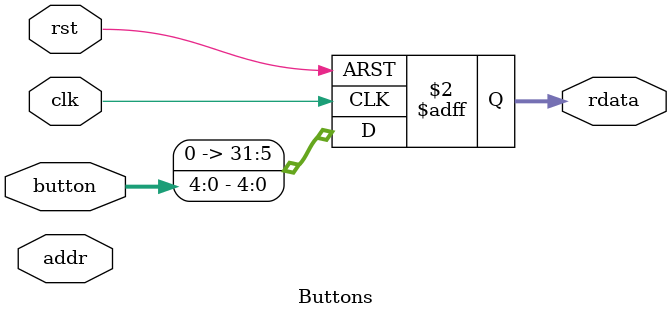
<source format=v>
module Buttons (
   input wire        clk,
   input wire        rst,
   input wire [31:0] addr,
   input wire [ 4:0] button,

   output reg [31:0] rdata
);

   always @(posedge clk or posedge rst) begin
      if (rst) begin
         rdata <= 32'h0;
      end 
      
      else rdata = {27'b0, button};
   end


endmodule //Buttons
</source>
